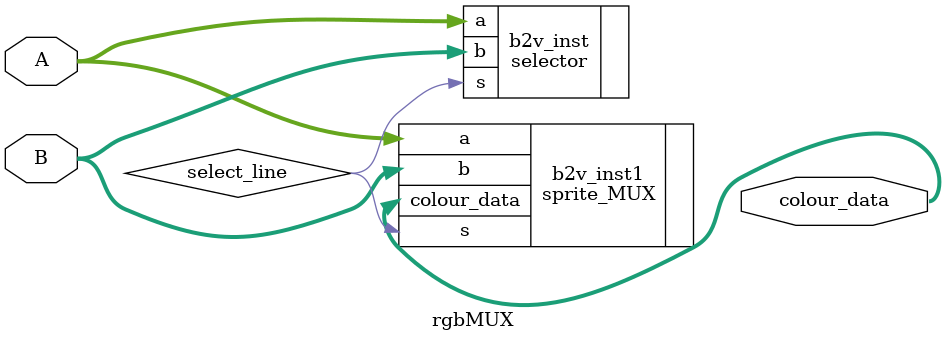
<source format=v>


module rgbMUX(
	A,
	B,
	colour_data
);


input wire	[11:0] A;
input wire	[11:0] B;
output wire	[11:0] colour_data;

wire	select_line;





selector	b2v_inst(
	.a(A),
	.b(B),
	.s(select_line));


sprite_MUX	b2v_inst1(
	.s(select_line),
	.a(A),
	.b(B),
	.colour_data(colour_data));


endmodule

</source>
